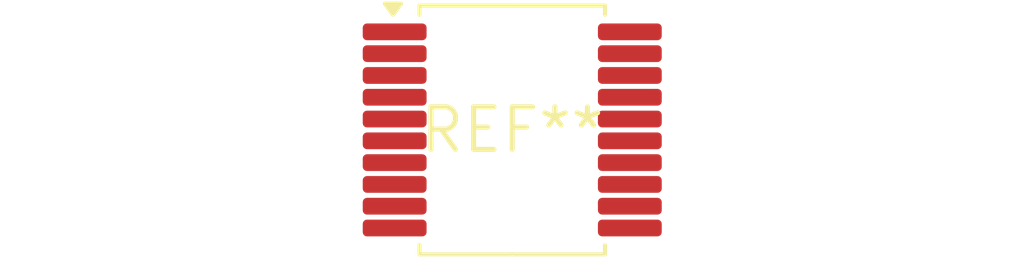
<source format=kicad_pcb>
(kicad_pcb (version 20240108) (generator pcbnew)
  (layers (0 "F.Cu" signal) (31 "B.Cu" signal) (34 "B.Paste" user) (35 "F.Paste" user) (36 "B.SilkS" user "B.Silkscreen") (37 "F.SilkS" user "F.Silkscreen") (38 "B.Mask" user) (39 "F.Mask" user) (44 "Edge.Cuts" user))
  (net 0 "")
  (footprint "SSOP-20_5.3x7.2mm_P0.65mm" (layer "F.Cu") (at 0 0)
    (property "Reference" "REF**")
    (property "Value" "SSOP-20_5.3x7.2mm_P0.65mm")
    (fp_line (start -2.76 -3.71) (end -2.76 -3.435) (layer "F.SilkS") (stroke (width 0.12)))
    (fp_line (start -2.76 3.71) (end -2.76 3.435) (layer "F.SilkS") (stroke (width 0.12)))
    (fp_line (start 0 -3.71) (end -2.76 -3.71) (layer "F.SilkS") (stroke (width 0.12)))
    (fp_line (start 0 -3.71) (end 2.76 -3.71) (layer "F.SilkS") (stroke (width 0.12)))
    (fp_line (start 0 3.71) (end -2.76 3.71) (layer "F.SilkS") (stroke (width 0.12)))
    (fp_line (start 0 3.71) (end 2.76 3.71) (layer "F.SilkS") (stroke (width 0.12)))
    (fp_line (start 2.76 -3.71) (end 2.76 -3.435) (layer "F.SilkS") (stroke (width 0.12)))
    (fp_line (start 2.76 3.71) (end 2.76 3.435) (layer "F.SilkS") (stroke (width 0.12)))
    (fp_poly (pts (xy -3.55 -3.435) (xy -3.79 -3.765) (xy -3.31 -3.765) (xy -3.55 -3.435)) (layer "F.SilkS") (stroke (width 0.12)) (fill solid))
    (pad "1" smd roundrect (at -3.5 -2.925) (size 1.9 0.5) (layers "F.Cu" "F.Paste" "F.Mask"))
    (pad "2" smd roundrect (at -3.5 -2.275) (size 1.9 0.5) (layers "F.Cu" "F.Paste" "F.Mask"))
    (pad "3" smd roundrect (at -3.5 -1.625) (size 1.9 0.5) (layers "F.Cu" "F.Paste" "F.Mask"))
    (pad "4" smd roundrect (at -3.5 -0.975) (size 1.9 0.5) (layers "F.Cu" "F.Paste" "F.Mask"))
    (pad "5" smd roundrect (at -3.5 -0.325) (size 1.9 0.5) (layers "F.Cu" "F.Paste" "F.Mask"))
    (pad "6" smd roundrect (at -3.5 0.325) (size 1.9 0.5) (layers "F.Cu" "F.Paste" "F.Mask"))
    (pad "7" smd roundrect (at -3.5 0.975) (size 1.9 0.5) (layers "F.Cu" "F.Paste" "F.Mask"))
    (pad "8" smd roundrect (at -3.5 1.625) (size 1.9 0.5) (layers "F.Cu" "F.Paste" "F.Mask"))
    (pad "9" smd roundrect (at -3.5 2.275) (size 1.9 0.5) (layers "F.Cu" "F.Paste" "F.Mask"))
    (pad "10" smd roundrect (at -3.5 2.925) (size 1.9 0.5) (layers "F.Cu" "F.Paste" "F.Mask"))
    (pad "11" smd roundrect (at 3.5 2.925) (size 1.9 0.5) (layers "F.Cu" "F.Paste" "F.Mask"))
    (pad "12" smd roundrect (at 3.5 2.275) (size 1.9 0.5) (layers "F.Cu" "F.Paste" "F.Mask"))
    (pad "13" smd roundrect (at 3.5 1.625) (size 1.9 0.5) (layers "F.Cu" "F.Paste" "F.Mask"))
    (pad "14" smd roundrect (at 3.5 0.975) (size 1.9 0.5) (layers "F.Cu" "F.Paste" "F.Mask"))
    (pad "15" smd roundrect (at 3.5 0.325) (size 1.9 0.5) (layers "F.Cu" "F.Paste" "F.Mask"))
    (pad "16" smd roundrect (at 3.5 -0.325) (size 1.9 0.5) (layers "F.Cu" "F.Paste" "F.Mask"))
    (pad "17" smd roundrect (at 3.5 -0.975) (size 1.9 0.5) (layers "F.Cu" "F.Paste" "F.Mask"))
    (pad "18" smd roundrect (at 3.5 -1.625) (size 1.9 0.5) (layers "F.Cu" "F.Paste" "F.Mask"))
    (pad "19" smd roundrect (at 3.5 -2.275) (size 1.9 0.5) (layers "F.Cu" "F.Paste" "F.Mask"))
    (pad "20" smd roundrect (at 3.5 -2.925) (size 1.9 0.5) (layers "F.Cu" "F.Paste" "F.Mask"))
  )
)
</source>
